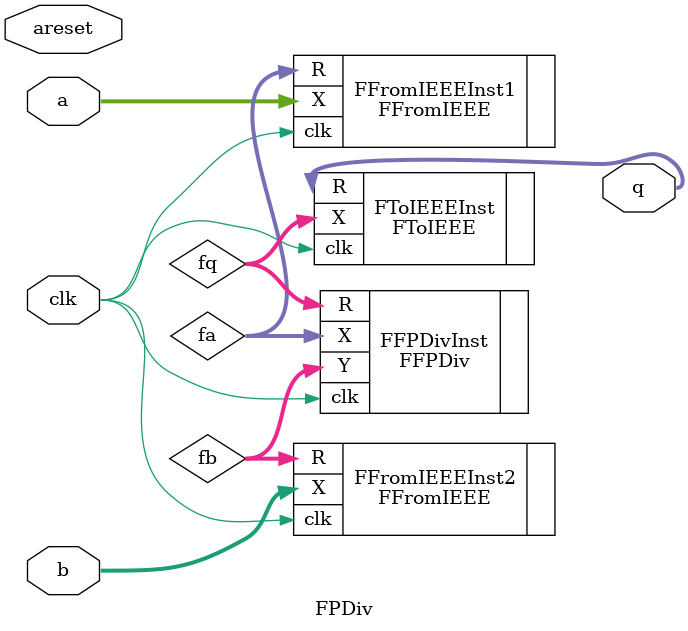
<source format=v>
module FPDiv (
    input  clk,
    input  areset,
    input  wire [31:0] a,
    input  wire [31:0] b,
    output wire [31:0] q
  );

  wire [33:0] fa;
  wire [33:0] fb;
  wire [33:0] fq;

  FFromIEEE FFromIEEEInst1 (
    .clk(clk),
    .X(a),
    .R(fa)
  );

  FFromIEEE FFromIEEEInst2 (
    .clk(clk),
    .X(b),
    .R(fb)
  );

  FFPDiv FFPDivInst (
    .clk(clk),
    .X(fa),
    .Y(fb),
    .R(fq)
  );

  FToIEEE FToIEEEInst (
    .clk(clk),
    .X(fq),
    .R(q)
  );

endmodule

</source>
